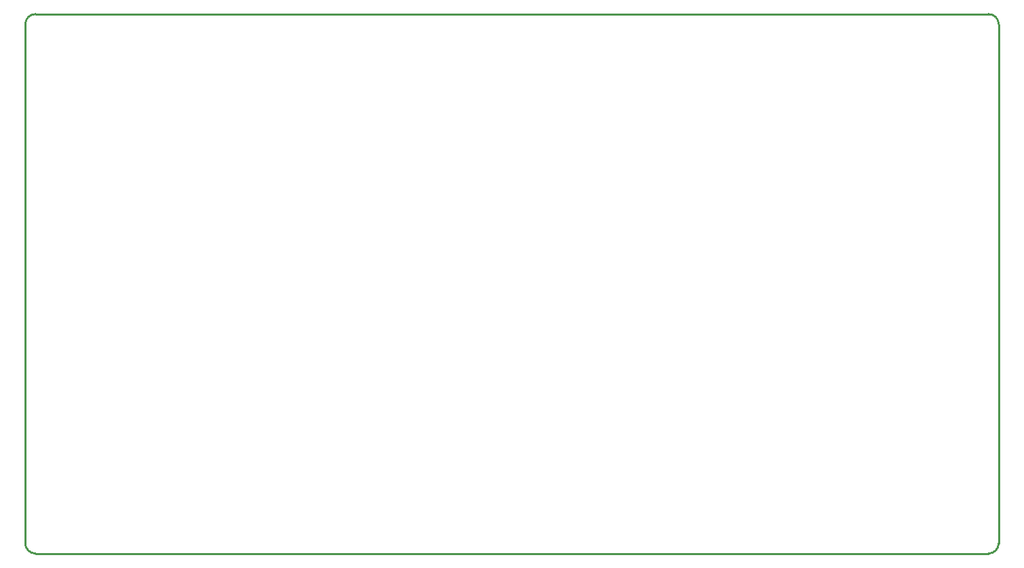
<source format=gm1>
G04 #@! TF.GenerationSoftware,KiCad,Pcbnew,6.0.0-unknown-f21face~86~ubuntu18.04.1*
G04 #@! TF.CreationDate,2019-05-20T10:49:21-04:00*
G04 #@! TF.ProjectId,backlight_controller_5x3,6261636b-6c69-4676-9874-5f636f6e7472,1.3*
G04 #@! TF.SameCoordinates,Original*
G04 #@! TF.FileFunction,Profile,NP*
%FSLAX46Y46*%
G04 Gerber Fmt 4.6, Leading zero omitted, Abs format (unit mm)*
G04 Created by KiCad (PCBNEW 6.0.0-unknown-f21face~86~ubuntu18.04.1) date 2019-05-20 10:49:21*
%MOMM*%
%LPD*%
G04 APERTURE LIST*
%ADD10C,0.228600*%
G04 APERTURE END LIST*
D10*
X191135000Y-137795000D02*
G75*
G02X189865000Y-139065000I-1270000J0D01*
G01*
X71120000Y-139065000D02*
G75*
G02X69850000Y-137795000I0J1270000D01*
G01*
X69850000Y-73025000D02*
G75*
G02X71120000Y-71755000I1270000J0D01*
G01*
X189865000Y-71755000D02*
G75*
G02X191135000Y-73025000I0J-1270000D01*
G01*
X189865000Y-71755000D02*
X71120000Y-71755000D01*
X191135000Y-137795000D02*
X191135000Y-73025000D01*
X71120000Y-139065000D02*
X189865000Y-139065000D01*
X69850000Y-73025000D02*
X69850000Y-137795000D01*
M02*

</source>
